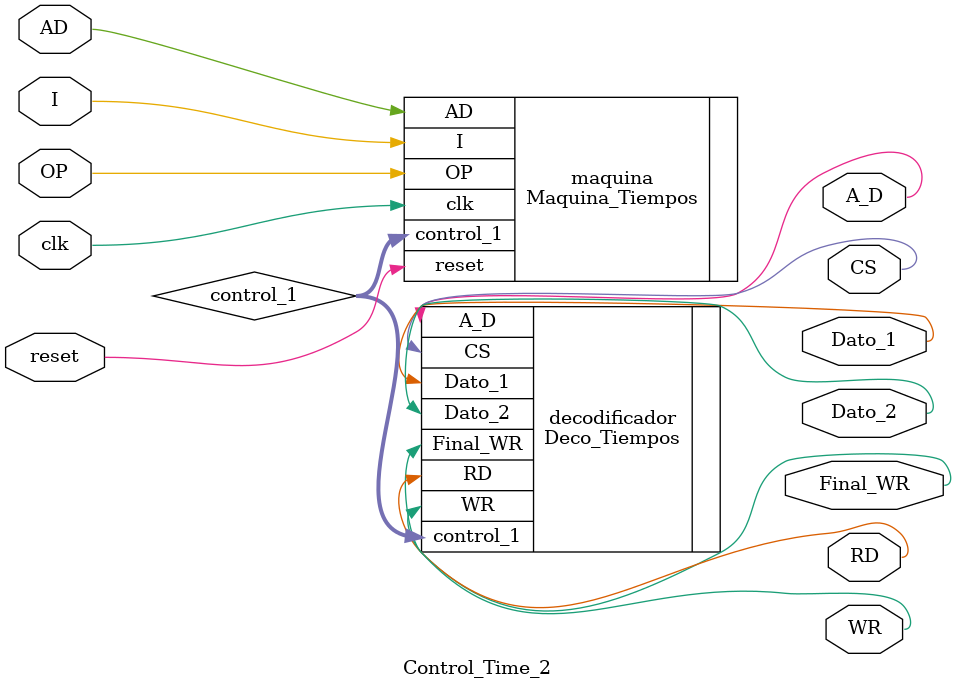
<source format=v>
`timescale 1ns / 1ps
module Control_Time_2(
	input wire clk,reset,I,OP,AD,
	output wire A_D,RD,WR,CS,Dato_1,Dato_2,Final_WR
    );

wire [4:0]control_1;

Maquina_Tiempos maquina (
    .clk(clk), 
    .reset(reset), 
    .I(I), 
    .OP(OP),
	 .AD(AD),
    .control_1(control_1)
    );
	 
Deco_Tiempos decodificador (
    .control_1(control_1), 
    .A_D(A_D), 
    .RD(RD), 
    .WR(WR), 
    .CS(CS), 
    .Dato_1(Dato_1), 
    .Dato_2(Dato_2), 
    .Final_WR(Final_WR)
    );

endmodule

</source>
